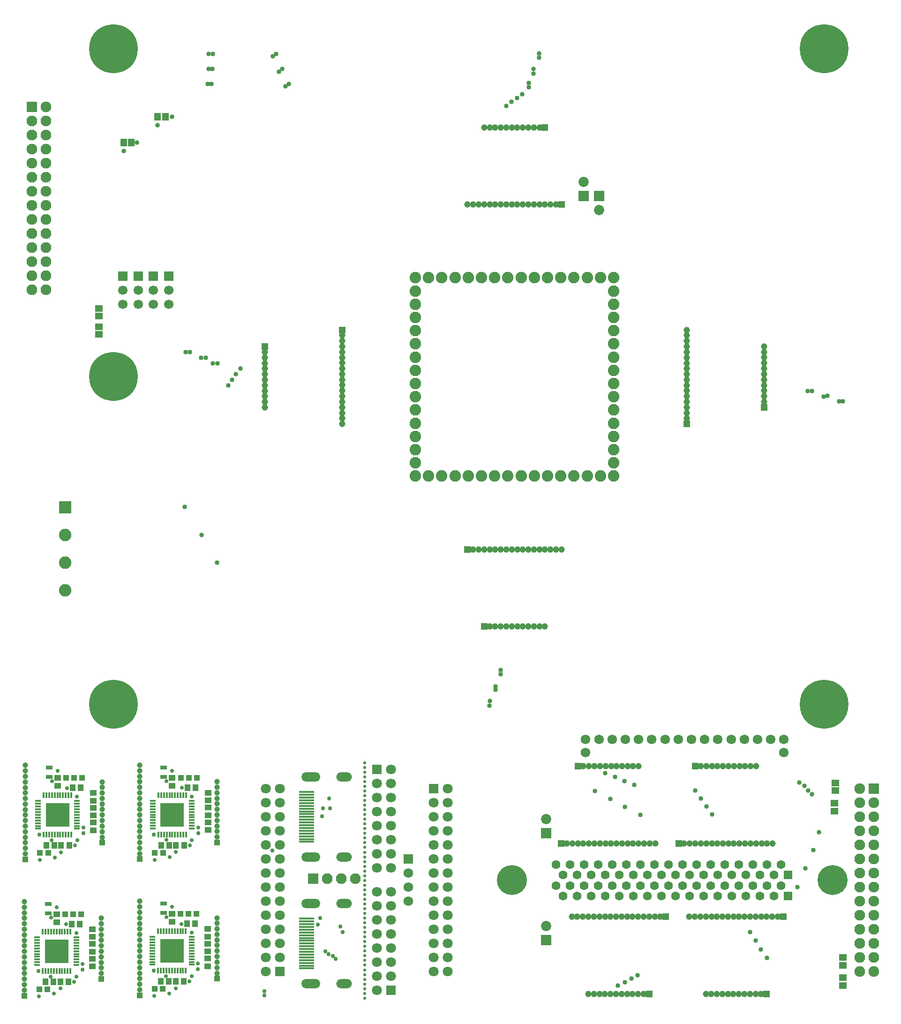
<source format=gts>
G04*
G04 #@! TF.GenerationSoftware,Altium Limited,Altium Designer,20.0.14 (345)*
G04*
G04 Layer_Color=8388736*
%FSLAX25Y25*%
%MOIN*%
G70*
G01*
G75*
%ADD48C,0.07677*%
%ADD63R,0.04724X0.03150*%
%ADD64R,0.04134X0.01575*%
%ADD65R,0.01575X0.04134*%
%ADD66R,0.16733X0.16733*%
%ADD67R,0.04331X0.04724*%
%ADD68R,0.04724X0.04331*%
%ADD69R,0.04331X0.04331*%
%ADD70R,0.04724X0.04134*%
%ADD71R,0.05315X0.04724*%
%ADD72R,0.10827X0.01772*%
%ADD73R,0.04724X0.05315*%
%ADD74C,0.02165*%
%ADD75C,0.06791*%
%ADD76C,0.03937*%
%ADD77R,0.03937X0.03937*%
%ADD78C,0.02756*%
%ADD79C,0.02953*%
%ADD80C,0.04528*%
%ADD81R,0.04528X0.04528*%
%ADD82C,0.07284*%
%ADD83R,0.07284X0.07284*%
%ADD84C,0.07677*%
%ADD85R,0.07677X0.07677*%
%ADD86R,0.06331X0.06331*%
%ADD87C,0.21260*%
%ADD88C,0.06331*%
%ADD89C,0.03347*%
%ADD90C,0.06890*%
%ADD91R,0.06890X0.06890*%
%ADD92C,0.07087*%
%ADD93R,0.07087X0.07087*%
%ADD94R,0.07677X0.07677*%
%ADD95O,0.13583X0.06496*%
%ADD96O,0.11221X0.06496*%
%ADD97C,0.08858*%
%ADD98R,0.08858X0.08858*%
%ADD99R,0.04528X0.04528*%
%ADD100C,0.08181*%
%ADD101R,0.06693X0.06693*%
%ADD102C,0.06693*%
%ADD103C,0.34646*%
D48*
X239266Y85688D02*
D03*
X229266D02*
D03*
X219266D02*
D03*
D63*
X103241Y158231D02*
D03*
Y164924D02*
D03*
X21588Y158122D02*
D03*
Y164815D02*
D03*
X20964Y61203D02*
D03*
Y67896D02*
D03*
X103033Y61456D02*
D03*
Y68148D02*
D03*
D64*
X95265Y121424D02*
D03*
Y123393D02*
D03*
Y125361D02*
D03*
Y127330D02*
D03*
Y129298D02*
D03*
Y131267D02*
D03*
Y133236D02*
D03*
Y135204D02*
D03*
Y137173D02*
D03*
Y139141D02*
D03*
Y141110D02*
D03*
X123217D02*
D03*
Y139141D02*
D03*
Y137173D02*
D03*
Y135204D02*
D03*
Y133236D02*
D03*
Y131267D02*
D03*
Y129298D02*
D03*
Y127330D02*
D03*
Y125361D02*
D03*
Y123393D02*
D03*
Y121424D02*
D03*
X13612Y121314D02*
D03*
Y123283D02*
D03*
Y125251D02*
D03*
Y127220D02*
D03*
Y129188D02*
D03*
Y131157D02*
D03*
Y133126D02*
D03*
Y135094D02*
D03*
Y137063D02*
D03*
Y139031D02*
D03*
Y141000D02*
D03*
X41564D02*
D03*
Y139031D02*
D03*
Y137063D02*
D03*
Y135094D02*
D03*
Y133126D02*
D03*
Y131157D02*
D03*
Y129188D02*
D03*
Y127220D02*
D03*
Y125251D02*
D03*
Y123283D02*
D03*
Y121314D02*
D03*
X12988Y24396D02*
D03*
Y26365D02*
D03*
Y28333D02*
D03*
Y30302D02*
D03*
Y32270D02*
D03*
Y34239D02*
D03*
Y36208D02*
D03*
Y38176D02*
D03*
Y40145D02*
D03*
Y42113D02*
D03*
Y44082D02*
D03*
X40940D02*
D03*
Y42113D02*
D03*
Y40145D02*
D03*
Y38176D02*
D03*
Y36208D02*
D03*
Y34239D02*
D03*
Y32270D02*
D03*
Y30302D02*
D03*
Y28333D02*
D03*
Y26365D02*
D03*
Y24396D02*
D03*
X95057Y24648D02*
D03*
Y26617D02*
D03*
Y28585D02*
D03*
Y30554D02*
D03*
Y32522D02*
D03*
Y34491D02*
D03*
Y36460D02*
D03*
Y38428D02*
D03*
Y40397D02*
D03*
Y42365D02*
D03*
Y44334D02*
D03*
X123009D02*
D03*
Y42365D02*
D03*
Y40397D02*
D03*
Y38428D02*
D03*
Y36460D02*
D03*
Y34491D02*
D03*
Y32522D02*
D03*
Y30554D02*
D03*
Y28585D02*
D03*
Y26617D02*
D03*
Y24648D02*
D03*
D65*
X99398Y145243D02*
D03*
X101367D02*
D03*
X103335D02*
D03*
X105304D02*
D03*
X107272D02*
D03*
X109241D02*
D03*
X111210D02*
D03*
X113178D02*
D03*
X115147D02*
D03*
X117115D02*
D03*
X119084D02*
D03*
Y117291D02*
D03*
X99398D02*
D03*
X117115D02*
D03*
X115147D02*
D03*
X113178D02*
D03*
X111210D02*
D03*
X109241D02*
D03*
X101367D02*
D03*
X103335D02*
D03*
X105304D02*
D03*
X107272D02*
D03*
X17745Y145133D02*
D03*
X19714D02*
D03*
X21682D02*
D03*
X23651D02*
D03*
X25619D02*
D03*
X27588D02*
D03*
X29557D02*
D03*
X31525D02*
D03*
X33494D02*
D03*
X35462D02*
D03*
X37431D02*
D03*
Y117181D02*
D03*
X17745D02*
D03*
X35462D02*
D03*
X33494D02*
D03*
X31525D02*
D03*
X29557D02*
D03*
X27588D02*
D03*
X19714D02*
D03*
X21682D02*
D03*
X23651D02*
D03*
X25619D02*
D03*
X17121Y48215D02*
D03*
X19090D02*
D03*
X21058D02*
D03*
X23027D02*
D03*
X24995D02*
D03*
X26964D02*
D03*
X28933D02*
D03*
X30901D02*
D03*
X32870D02*
D03*
X34838D02*
D03*
X36807D02*
D03*
Y20263D02*
D03*
X17121D02*
D03*
X34838D02*
D03*
X32870D02*
D03*
X30901D02*
D03*
X28933D02*
D03*
X26964D02*
D03*
X19090D02*
D03*
X21058D02*
D03*
X23027D02*
D03*
X24995D02*
D03*
X99190Y48467D02*
D03*
X101159D02*
D03*
X103127D02*
D03*
X105096D02*
D03*
X107064D02*
D03*
X109033D02*
D03*
X111002D02*
D03*
X112970D02*
D03*
X114939D02*
D03*
X116907D02*
D03*
X118876D02*
D03*
Y20515D02*
D03*
X99190D02*
D03*
X116907D02*
D03*
X114939D02*
D03*
X112970D02*
D03*
X111002D02*
D03*
X109033D02*
D03*
X101159D02*
D03*
X103127D02*
D03*
X105096D02*
D03*
X107064D02*
D03*
D66*
X109241Y131267D02*
D03*
X27588Y131157D02*
D03*
X26964Y34239D02*
D03*
X109033Y34491D02*
D03*
D67*
X101386Y109578D02*
D03*
X107095D02*
D03*
X117595D02*
D03*
X111886D02*
D03*
X120032Y150578D02*
D03*
X125741D02*
D03*
X19734Y109468D02*
D03*
X25442D02*
D03*
X35942D02*
D03*
X30234D02*
D03*
X38379Y150468D02*
D03*
X44088D02*
D03*
X19110Y12550D02*
D03*
X24818D02*
D03*
X35318D02*
D03*
X29610D02*
D03*
X37755Y53550D02*
D03*
X43464D02*
D03*
X101178Y12802D02*
D03*
X106887D02*
D03*
X117387D02*
D03*
X111678D02*
D03*
X119824Y53802D02*
D03*
X125533D02*
D03*
D68*
X109241Y157578D02*
D03*
Y151869D02*
D03*
X27588Y157468D02*
D03*
Y151760D02*
D03*
X26964Y60550D02*
D03*
Y54841D02*
D03*
X109033Y60802D02*
D03*
Y55093D02*
D03*
D69*
X102595Y104078D02*
D03*
X96886D02*
D03*
X126741Y157578D02*
D03*
X121032D02*
D03*
X121028D02*
D03*
X115320D02*
D03*
X20942Y103968D02*
D03*
X15234D02*
D03*
X45088Y157468D02*
D03*
X39379D02*
D03*
X39375D02*
D03*
X33667D02*
D03*
X20318Y7050D02*
D03*
X14610D02*
D03*
X44464Y60550D02*
D03*
X38755D02*
D03*
X38751D02*
D03*
X33043D02*
D03*
X102387Y7302D02*
D03*
X96678D02*
D03*
X126533Y60802D02*
D03*
X120824D02*
D03*
X120820D02*
D03*
X115111D02*
D03*
D70*
X134741Y130822D02*
D03*
Y136334D02*
D03*
Y141322D02*
D03*
Y146834D02*
D03*
Y120322D02*
D03*
Y125834D02*
D03*
X53088Y130712D02*
D03*
Y136224D02*
D03*
Y141212D02*
D03*
Y146724D02*
D03*
Y120212D02*
D03*
Y125724D02*
D03*
X52464Y33794D02*
D03*
Y39306D02*
D03*
Y44294D02*
D03*
Y49806D02*
D03*
Y23294D02*
D03*
Y28806D02*
D03*
X134533Y34046D02*
D03*
Y39558D02*
D03*
Y44546D02*
D03*
Y50058D02*
D03*
Y23546D02*
D03*
Y29058D02*
D03*
D71*
X580234Y139438D02*
D03*
Y133927D02*
D03*
X580734Y153938D02*
D03*
Y148427D02*
D03*
X586234Y24171D02*
D03*
Y29682D02*
D03*
Y9927D02*
D03*
Y15438D02*
D03*
X57102Y485719D02*
D03*
Y491231D02*
D03*
Y472719D02*
D03*
Y478231D02*
D03*
D72*
X204809Y57404D02*
D03*
Y55436D02*
D03*
Y53467D02*
D03*
Y51499D02*
D03*
Y49530D02*
D03*
Y47561D02*
D03*
Y45593D02*
D03*
Y43624D02*
D03*
Y41656D02*
D03*
Y39687D02*
D03*
Y37719D02*
D03*
Y35750D02*
D03*
Y33782D02*
D03*
Y31813D02*
D03*
Y29845D02*
D03*
Y27876D02*
D03*
Y25908D02*
D03*
Y23939D02*
D03*
Y21971D02*
D03*
Y147404D02*
D03*
Y145436D02*
D03*
Y143467D02*
D03*
Y141499D02*
D03*
Y139530D02*
D03*
Y137562D02*
D03*
Y135593D02*
D03*
Y133625D02*
D03*
Y131656D02*
D03*
Y129688D02*
D03*
Y127719D02*
D03*
Y125751D02*
D03*
Y123782D02*
D03*
Y121814D02*
D03*
Y119845D02*
D03*
Y117877D02*
D03*
Y115908D02*
D03*
Y113940D02*
D03*
Y111971D02*
D03*
D73*
X80114Y608975D02*
D03*
X74602D02*
D03*
X104358Y627475D02*
D03*
X98847D02*
D03*
D74*
X246000Y10917D02*
D03*
Y7571D02*
D03*
Y4224D02*
D03*
Y878D02*
D03*
Y168201D02*
D03*
Y164854D02*
D03*
Y161508D02*
D03*
Y158161D02*
D03*
Y154815D02*
D03*
Y151469D02*
D03*
Y148122D02*
D03*
Y144776D02*
D03*
Y141429D02*
D03*
Y138083D02*
D03*
Y134736D02*
D03*
D03*
D03*
Y131390D02*
D03*
Y128043D02*
D03*
Y74500D02*
D03*
Y77846D02*
D03*
Y81193D02*
D03*
Y84539D02*
D03*
Y87886D02*
D03*
Y91232D02*
D03*
Y94579D02*
D03*
Y97925D02*
D03*
Y101272D02*
D03*
Y104618D02*
D03*
Y107965D02*
D03*
Y111311D02*
D03*
Y114657D02*
D03*
Y118004D02*
D03*
Y121350D02*
D03*
Y124697D02*
D03*
Y30996D02*
D03*
Y27650D02*
D03*
Y24303D02*
D03*
Y20957D02*
D03*
Y17610D02*
D03*
Y14264D02*
D03*
Y10917D02*
D03*
Y34343D02*
D03*
Y37689D02*
D03*
Y41035D02*
D03*
D03*
D03*
Y44382D02*
D03*
Y47728D02*
D03*
Y51075D02*
D03*
Y54421D02*
D03*
Y57768D02*
D03*
Y61114D02*
D03*
Y64461D02*
D03*
Y67807D02*
D03*
Y71153D02*
D03*
Y74500D02*
D03*
D75*
X515988Y184734D02*
D03*
X450188D02*
D03*
X412588D02*
D03*
X544188D02*
D03*
X506588D02*
D03*
X478388D02*
D03*
X544188Y175334D02*
D03*
X403188Y184734D02*
D03*
X440788D02*
D03*
X431388D02*
D03*
X421988D02*
D03*
X468988D02*
D03*
X459588D02*
D03*
X497188D02*
D03*
X487788D02*
D03*
X534788D02*
D03*
X525388D02*
D03*
X403188Y175334D02*
D03*
D76*
X86241Y166513D02*
D03*
Y162576D02*
D03*
Y158593D02*
D03*
Y154656D02*
D03*
Y150719D02*
D03*
Y146782D02*
D03*
Y138908D02*
D03*
Y142845D02*
D03*
Y103566D02*
D03*
Y107503D02*
D03*
Y111440D02*
D03*
Y115377D02*
D03*
Y119314D02*
D03*
Y123251D02*
D03*
Y127188D02*
D03*
Y131125D02*
D03*
Y135062D02*
D03*
X141158Y150742D02*
D03*
Y154679D02*
D03*
Y115400D02*
D03*
Y119336D02*
D03*
Y123274D02*
D03*
Y127210D02*
D03*
Y131148D02*
D03*
Y135084D02*
D03*
Y139022D02*
D03*
Y142959D02*
D03*
Y146896D02*
D03*
X4588Y166403D02*
D03*
Y162467D02*
D03*
Y158484D02*
D03*
Y154547D02*
D03*
Y150610D02*
D03*
Y146673D02*
D03*
Y138799D02*
D03*
Y142736D02*
D03*
Y103457D02*
D03*
Y107394D02*
D03*
Y111331D02*
D03*
Y115268D02*
D03*
Y119205D02*
D03*
Y123142D02*
D03*
Y127079D02*
D03*
Y131016D02*
D03*
Y134953D02*
D03*
X59505Y150633D02*
D03*
Y154570D02*
D03*
Y115290D02*
D03*
Y119227D02*
D03*
Y123164D02*
D03*
Y127101D02*
D03*
Y131038D02*
D03*
Y134975D02*
D03*
Y138912D02*
D03*
Y142849D02*
D03*
Y146786D02*
D03*
X3964Y69485D02*
D03*
Y65548D02*
D03*
Y61566D02*
D03*
Y57628D02*
D03*
Y53691D02*
D03*
Y49754D02*
D03*
Y41880D02*
D03*
Y45817D02*
D03*
Y6538D02*
D03*
Y10475D02*
D03*
Y14412D02*
D03*
Y18349D02*
D03*
Y22286D02*
D03*
Y26223D02*
D03*
Y30160D02*
D03*
Y34097D02*
D03*
Y38034D02*
D03*
X58881Y53714D02*
D03*
Y57651D02*
D03*
Y18372D02*
D03*
Y22309D02*
D03*
Y26246D02*
D03*
Y30183D02*
D03*
Y34120D02*
D03*
Y38057D02*
D03*
Y41994D02*
D03*
Y45931D02*
D03*
Y49868D02*
D03*
X86033Y69737D02*
D03*
Y65800D02*
D03*
Y61818D02*
D03*
Y57881D02*
D03*
Y53944D02*
D03*
Y50007D02*
D03*
Y42133D02*
D03*
Y46070D02*
D03*
Y6790D02*
D03*
Y10727D02*
D03*
Y14664D02*
D03*
Y18601D02*
D03*
Y22538D02*
D03*
Y26475D02*
D03*
Y30412D02*
D03*
Y34349D02*
D03*
Y38286D02*
D03*
X140950Y53966D02*
D03*
Y57903D02*
D03*
Y18624D02*
D03*
Y22561D02*
D03*
Y26498D02*
D03*
Y30435D02*
D03*
Y34372D02*
D03*
Y38309D02*
D03*
Y42246D02*
D03*
Y46183D02*
D03*
Y50120D02*
D03*
D77*
X86241Y99629D02*
D03*
X141158Y111462D02*
D03*
X4588Y99520D02*
D03*
X59505Y111353D02*
D03*
X3964Y2601D02*
D03*
X58881Y14435D02*
D03*
X86033Y2853D02*
D03*
X140950Y14687D02*
D03*
D78*
X105241Y155078D02*
D03*
X109241Y162578D02*
D03*
X123241Y113078D02*
D03*
X116044Y150381D02*
D03*
X105098Y113318D02*
D03*
X96741Y99235D02*
D03*
X111886Y104723D02*
D03*
X107272Y101047D02*
D03*
X121741Y109578D02*
D03*
X127741Y122078D02*
D03*
X123217Y144243D02*
D03*
X23588Y154968D02*
D03*
X27588Y162468D02*
D03*
X41588Y112968D02*
D03*
X34391Y150272D02*
D03*
X23446Y113209D02*
D03*
X15088Y99126D02*
D03*
X30234Y104614D02*
D03*
X25619Y100937D02*
D03*
X40088Y109468D02*
D03*
X46088Y121968D02*
D03*
X41564Y144133D02*
D03*
X22964Y58050D02*
D03*
X26964Y65550D02*
D03*
X40964Y16050D02*
D03*
X33767Y53353D02*
D03*
X22822Y16290D02*
D03*
X14464Y2207D02*
D03*
X29610Y7695D02*
D03*
X24995Y4019D02*
D03*
X39464Y12550D02*
D03*
X45464Y25050D02*
D03*
X40940Y47215D02*
D03*
X105033Y58302D02*
D03*
X109033Y65802D02*
D03*
X123033Y16302D02*
D03*
X115836Y53605D02*
D03*
X104891Y16542D02*
D03*
X96533Y2459D02*
D03*
X111678Y7948D02*
D03*
X107064Y4271D02*
D03*
X121533Y12802D02*
D03*
X127533Y25302D02*
D03*
X123009Y47467D02*
D03*
D79*
X96241Y117078D02*
D03*
X127741Y118078D02*
D03*
X14588Y116968D02*
D03*
X46088Y117968D02*
D03*
X13964Y20050D02*
D03*
X45464Y21050D02*
D03*
X174766Y2688D02*
D03*
Y5688D02*
D03*
X215766Y130188D02*
D03*
X220766Y142688D02*
D03*
X221266Y135688D02*
D03*
X212766Y53188D02*
D03*
X214266Y57688D02*
D03*
X180266Y105707D02*
D03*
X225266Y28688D02*
D03*
X223266Y30688D02*
D03*
X220266Y32188D02*
D03*
X218050Y33971D02*
D03*
X228766Y51688D02*
D03*
X230266Y47688D02*
D03*
X216266Y135688D02*
D03*
X96033Y20302D02*
D03*
X127533Y21302D02*
D03*
D80*
X452676Y110724D02*
D03*
X448739D02*
D03*
X444756D02*
D03*
X440819D02*
D03*
X436882D02*
D03*
X432945D02*
D03*
X425071D02*
D03*
X429008D02*
D03*
X389729D02*
D03*
X393666D02*
D03*
X397603D02*
D03*
X401540D02*
D03*
X405477D02*
D03*
X409414D02*
D03*
X413351D02*
D03*
X417288D02*
D03*
X421225D02*
D03*
X436905Y165641D02*
D03*
X440842D02*
D03*
X401562D02*
D03*
X405500D02*
D03*
X409437D02*
D03*
X413374D02*
D03*
X417310D02*
D03*
X421247D02*
D03*
X425184D02*
D03*
X429121D02*
D03*
X433059D02*
D03*
X496409Y3765D02*
D03*
X500346D02*
D03*
X504283D02*
D03*
X508220D02*
D03*
X512157D02*
D03*
X516094D02*
D03*
X520031D02*
D03*
X523968D02*
D03*
X527905D02*
D03*
X488625D02*
D03*
X492562D02*
D03*
X508243Y58683D02*
D03*
X512180D02*
D03*
X516117D02*
D03*
X520054D02*
D03*
X523991D02*
D03*
X527928D02*
D03*
X531865D02*
D03*
X535802D02*
D03*
X539739D02*
D03*
X500459D02*
D03*
X504396D02*
D03*
X496522D02*
D03*
X492585D02*
D03*
X488648D02*
D03*
X484711D02*
D03*
X480729D02*
D03*
X476792D02*
D03*
X536176Y110724D02*
D03*
X532239D02*
D03*
X528256D02*
D03*
X524319D02*
D03*
X520382D02*
D03*
X516445D02*
D03*
X508571D02*
D03*
X512508D02*
D03*
X473229D02*
D03*
X477166D02*
D03*
X481103D02*
D03*
X485040D02*
D03*
X488977D02*
D03*
X492914D02*
D03*
X496851D02*
D03*
X500788D02*
D03*
X504725D02*
D03*
X520405Y165641D02*
D03*
X524342D02*
D03*
X485063D02*
D03*
X489000D02*
D03*
X492937D02*
D03*
X496874D02*
D03*
X500810D02*
D03*
X504747D02*
D03*
X508684D02*
D03*
X512621D02*
D03*
X516559D02*
D03*
X412909Y3724D02*
D03*
X416846D02*
D03*
X420783D02*
D03*
X424720D02*
D03*
X428657D02*
D03*
X432594D02*
D03*
X436531D02*
D03*
X440468D02*
D03*
X444405D02*
D03*
X405125D02*
D03*
X409062D02*
D03*
X424743Y58641D02*
D03*
X428680D02*
D03*
X432617D02*
D03*
X436554D02*
D03*
X440491D02*
D03*
X444428D02*
D03*
X448365D02*
D03*
X452302D02*
D03*
X456239D02*
D03*
X416959D02*
D03*
X420896D02*
D03*
X413022D02*
D03*
X409085D02*
D03*
X405148D02*
D03*
X401211D02*
D03*
X397229D02*
D03*
X393292D02*
D03*
X319161Y565016D02*
D03*
X323097D02*
D03*
X327080D02*
D03*
X331017D02*
D03*
X334954D02*
D03*
X338891D02*
D03*
X346765D02*
D03*
X342828D02*
D03*
X382107D02*
D03*
X378170D02*
D03*
X374233D02*
D03*
X370296D02*
D03*
X366359D02*
D03*
X362422D02*
D03*
X358485D02*
D03*
X354548D02*
D03*
X350611D02*
D03*
X334931Y619934D02*
D03*
X330994D02*
D03*
X370274D02*
D03*
X366337D02*
D03*
X362400D02*
D03*
X358463D02*
D03*
X354526D02*
D03*
X350589D02*
D03*
X346652D02*
D03*
X342715D02*
D03*
X338778D02*
D03*
X175144Y428650D02*
D03*
Y432587D02*
D03*
Y436524D02*
D03*
Y440461D02*
D03*
Y444398D02*
D03*
Y448335D02*
D03*
Y452272D02*
D03*
Y456209D02*
D03*
Y460146D02*
D03*
Y420866D02*
D03*
Y424803D02*
D03*
X230061Y440484D02*
D03*
Y444421D02*
D03*
Y448358D02*
D03*
Y452295D02*
D03*
Y456232D02*
D03*
Y460169D02*
D03*
Y464106D02*
D03*
Y468043D02*
D03*
Y471980D02*
D03*
Y432700D02*
D03*
Y436637D02*
D03*
Y428763D02*
D03*
Y424826D02*
D03*
Y420889D02*
D03*
Y416952D02*
D03*
Y412970D02*
D03*
Y409033D02*
D03*
X475144Y475917D02*
D03*
Y471980D02*
D03*
Y467998D02*
D03*
Y464060D02*
D03*
Y460123D02*
D03*
Y456186D02*
D03*
Y448312D02*
D03*
Y452249D02*
D03*
Y412970D02*
D03*
Y416907D02*
D03*
Y420844D02*
D03*
Y424781D02*
D03*
Y428718D02*
D03*
Y432655D02*
D03*
Y436592D02*
D03*
Y440529D02*
D03*
Y444466D02*
D03*
X530061Y460146D02*
D03*
Y464083D02*
D03*
Y424804D02*
D03*
Y428741D02*
D03*
Y432678D02*
D03*
Y436615D02*
D03*
Y440552D02*
D03*
Y444489D02*
D03*
Y448426D02*
D03*
Y452363D02*
D03*
Y456300D02*
D03*
X366427Y265016D02*
D03*
X362490D02*
D03*
X358553D02*
D03*
X354616D02*
D03*
X350679D02*
D03*
X346742D02*
D03*
X342805D02*
D03*
X338868D02*
D03*
X334931D02*
D03*
X374211D02*
D03*
X370274D02*
D03*
X354594Y319934D02*
D03*
X350657D02*
D03*
X346720D02*
D03*
X342783D02*
D03*
X338846D02*
D03*
X334909D02*
D03*
X330972D02*
D03*
X327034D02*
D03*
X323097D02*
D03*
X362377D02*
D03*
X358440D02*
D03*
X366314D02*
D03*
X370251D02*
D03*
X374188D02*
D03*
X378125D02*
D03*
X382107D02*
D03*
X386044D02*
D03*
D81*
X385792Y110724D02*
D03*
X397625Y165641D02*
D03*
X531842Y3765D02*
D03*
X543676Y58683D02*
D03*
X469292Y110724D02*
D03*
X481125Y165641D02*
D03*
X448342Y3724D02*
D03*
X460176Y58641D02*
D03*
X386044Y565016D02*
D03*
X374211Y619934D02*
D03*
X330994Y265016D02*
D03*
X319161Y319934D02*
D03*
D82*
X375234Y128182D02*
D03*
Y52183D02*
D03*
X401602Y580975D02*
D03*
X412602Y560975D02*
D03*
D83*
X375234Y118183D02*
D03*
Y42182D02*
D03*
X401602Y570975D02*
D03*
X412602D02*
D03*
D84*
X598234Y39682D02*
D03*
X608234D02*
D03*
X598234Y49683D02*
D03*
X608234D02*
D03*
X598234Y69683D02*
D03*
X608234D02*
D03*
X598234Y89683D02*
D03*
X608234D02*
D03*
X598234Y119683D02*
D03*
X608234D02*
D03*
X598234Y129683D02*
D03*
X608234D02*
D03*
X598234Y149682D02*
D03*
X608234Y139682D02*
D03*
X598234D02*
D03*
X608234Y109683D02*
D03*
X598234D02*
D03*
X608234Y99682D02*
D03*
X598234D02*
D03*
X608234Y79682D02*
D03*
X598234D02*
D03*
X608234Y59683D02*
D03*
X598234D02*
D03*
X608234Y29682D02*
D03*
Y19682D02*
D03*
X598234Y29682D02*
D03*
Y19682D02*
D03*
X19382Y524491D02*
D03*
X9382D02*
D03*
X19382Y534491D02*
D03*
X9382D02*
D03*
X19382Y554491D02*
D03*
X9382D02*
D03*
X19382Y574491D02*
D03*
X9382D02*
D03*
X19382Y604491D02*
D03*
X9382D02*
D03*
X19382Y614491D02*
D03*
X9382D02*
D03*
X19382Y634491D02*
D03*
X9382Y624491D02*
D03*
X19382D02*
D03*
X9382Y594491D02*
D03*
X19382D02*
D03*
X9382Y584491D02*
D03*
X19382D02*
D03*
X9382Y564491D02*
D03*
X19382D02*
D03*
X9382Y544491D02*
D03*
X19382D02*
D03*
X9382Y514491D02*
D03*
Y504491D02*
D03*
X19382Y514491D02*
D03*
Y504491D02*
D03*
D85*
X608234Y149682D02*
D03*
X9382Y634491D02*
D03*
D86*
X547234Y73432D02*
D03*
Y88433D02*
D03*
D87*
X578730Y84683D02*
D03*
X350738D02*
D03*
D88*
X537234Y73432D02*
D03*
X527234D02*
D03*
X517234D02*
D03*
X507234D02*
D03*
X497234D02*
D03*
X487234D02*
D03*
X477234D02*
D03*
X467234D02*
D03*
X457234D02*
D03*
X447234D02*
D03*
X437234D02*
D03*
X427234D02*
D03*
X417234D02*
D03*
X407234D02*
D03*
X397234D02*
D03*
X387234D02*
D03*
X542234Y80932D02*
D03*
X532234D02*
D03*
X522234D02*
D03*
X512234D02*
D03*
X502234D02*
D03*
X492234D02*
D03*
X482234D02*
D03*
X472234D02*
D03*
X462234D02*
D03*
X452234D02*
D03*
X442234D02*
D03*
X432234D02*
D03*
X422234D02*
D03*
X412234D02*
D03*
X402234D02*
D03*
X392234D02*
D03*
X382234D02*
D03*
X537234Y88433D02*
D03*
X527234D02*
D03*
X517234D02*
D03*
X507234D02*
D03*
X497234D02*
D03*
X487234D02*
D03*
X477234D02*
D03*
X467234D02*
D03*
X457234D02*
D03*
X447234D02*
D03*
X437234D02*
D03*
X427234D02*
D03*
X417234D02*
D03*
X407234D02*
D03*
X397234D02*
D03*
X387234D02*
D03*
X542234Y95933D02*
D03*
X532234D02*
D03*
X522234D02*
D03*
X512234D02*
D03*
X502234D02*
D03*
X492234D02*
D03*
X482234D02*
D03*
X472234D02*
D03*
X462234D02*
D03*
X452234D02*
D03*
X442234D02*
D03*
X432234D02*
D03*
X422234D02*
D03*
X412234D02*
D03*
X402234D02*
D03*
X392234D02*
D03*
X382234D02*
D03*
D89*
X569234Y118683D02*
D03*
X564915Y106226D02*
D03*
X553734Y79682D02*
D03*
X559324Y93273D02*
D03*
X520031Y47885D02*
D03*
X523968Y41948D02*
D03*
X527905Y35511D02*
D03*
X532126Y29574D02*
D03*
X558734Y151682D02*
D03*
X564234Y145683D02*
D03*
X561310Y148606D02*
D03*
X555009Y154188D02*
D03*
X409734Y148182D02*
D03*
X420734Y142527D02*
D03*
X431234Y136894D02*
D03*
X442234Y131183D02*
D03*
X481007Y148409D02*
D03*
X489005Y137001D02*
D03*
X485236Y142684D02*
D03*
X493110Y131307D02*
D03*
X435734Y14683D02*
D03*
X440234Y17183D02*
D03*
X431234Y12183D02*
D03*
X426188Y9651D02*
D03*
X417234Y160682D02*
D03*
X424147Y158040D02*
D03*
X437624Y152521D02*
D03*
X430702Y155214D02*
D03*
X118102Y349975D02*
D03*
X130102Y329975D02*
D03*
X141102Y310475D02*
D03*
X84102Y608975D02*
D03*
X74602Y602975D02*
D03*
X138102Y452272D02*
D03*
X133102Y455975D02*
D03*
X121602Y459975D02*
D03*
X335102Y211975D02*
D03*
X339102Y222475D02*
D03*
X342602Y233975D02*
D03*
X583463Y424979D02*
D03*
X572308Y428335D02*
D03*
X561102Y432475D02*
D03*
X366102Y661475D02*
D03*
X366193Y657975D02*
D03*
X370104Y669475D02*
D03*
X362644Y648389D02*
D03*
X362602Y651475D02*
D03*
X189602Y648975D02*
D03*
X180602Y670475D02*
D03*
X185102Y659475D02*
D03*
X136921Y650794D02*
D03*
X138113Y671971D02*
D03*
X137602Y661475D02*
D03*
X141305Y452272D02*
D03*
X118602Y459975D02*
D03*
X354449Y640821D02*
D03*
X98847Y621475D02*
D03*
X109102Y627475D02*
D03*
X154461Y444475D02*
D03*
X157602Y448475D02*
D03*
X151839Y440475D02*
D03*
X149102Y436475D02*
D03*
X129602Y455975D02*
D03*
X346602Y634975D02*
D03*
X350516Y638061D02*
D03*
X358102Y643475D02*
D03*
X342619Y231137D02*
D03*
X586102Y424975D02*
D03*
X575102Y428975D02*
D03*
X334890Y208763D02*
D03*
X339102Y219975D02*
D03*
X135102Y661384D02*
D03*
X134421Y650794D02*
D03*
X135102Y671975D02*
D03*
X183148D02*
D03*
X187535Y661384D02*
D03*
X191921Y650794D02*
D03*
X564102Y432475D02*
D03*
X370102Y672475D02*
D03*
D90*
X277234Y69812D02*
D03*
Y79812D02*
D03*
Y89812D02*
D03*
D91*
Y99812D02*
D03*
D92*
X254734Y76312D02*
D03*
Y66312D02*
D03*
X264734Y76312D02*
D03*
Y66312D02*
D03*
X254734Y36312D02*
D03*
X264734D02*
D03*
X254734Y26312D02*
D03*
X264734D02*
D03*
X254734Y6312D02*
D03*
X264734Y16312D02*
D03*
X254734D02*
D03*
X264734Y46312D02*
D03*
X254734D02*
D03*
X264734Y56312D02*
D03*
X254734D02*
D03*
X305234Y39812D02*
D03*
X295234D02*
D03*
X305234Y49812D02*
D03*
X295234D02*
D03*
X305234Y69812D02*
D03*
X295234D02*
D03*
X305234Y89812D02*
D03*
X295234D02*
D03*
X305234Y119812D02*
D03*
X295234D02*
D03*
X305234Y129812D02*
D03*
X295234D02*
D03*
X305234Y149812D02*
D03*
X295234Y139812D02*
D03*
X305234D02*
D03*
X295234Y109812D02*
D03*
X305234D02*
D03*
X295234Y99812D02*
D03*
X305234D02*
D03*
X295234Y79812D02*
D03*
X305234D02*
D03*
X295234Y59812D02*
D03*
X305234D02*
D03*
X295234Y29812D02*
D03*
Y19812D02*
D03*
X305234Y29812D02*
D03*
Y19812D02*
D03*
X264734Y113312D02*
D03*
X254734D02*
D03*
X264734Y123312D02*
D03*
X254734D02*
D03*
X264734Y153312D02*
D03*
X254734D02*
D03*
X264734Y163312D02*
D03*
X254734Y143312D02*
D03*
X264734D02*
D03*
X254734Y133312D02*
D03*
X264734D02*
D03*
X254734Y103312D02*
D03*
Y93312D02*
D03*
X264734Y103312D02*
D03*
Y93312D02*
D03*
X175766Y129688D02*
D03*
X185766D02*
D03*
X175766Y119688D02*
D03*
X185766D02*
D03*
X175766Y99688D02*
D03*
X185766D02*
D03*
X175766Y79688D02*
D03*
X185766D02*
D03*
X175766Y49688D02*
D03*
X185766D02*
D03*
X175766Y39688D02*
D03*
X185766D02*
D03*
X175766Y19688D02*
D03*
X185766Y29688D02*
D03*
X175766D02*
D03*
X185766Y59688D02*
D03*
X175766D02*
D03*
X185766Y69688D02*
D03*
X175766D02*
D03*
X185766Y89688D02*
D03*
X175766D02*
D03*
X185766Y109688D02*
D03*
X175766D02*
D03*
X185766Y139688D02*
D03*
Y149688D02*
D03*
X175766Y139688D02*
D03*
Y149688D02*
D03*
D93*
X264734Y6312D02*
D03*
X295234Y149812D02*
D03*
X254734Y163312D02*
D03*
X185766Y19688D02*
D03*
D94*
X209266Y85688D02*
D03*
D95*
X207802Y11144D02*
D03*
Y68231D02*
D03*
Y101144D02*
D03*
Y158231D02*
D03*
D96*
X231266Y11144D02*
D03*
Y68231D02*
D03*
Y101144D02*
D03*
Y158231D02*
D03*
D97*
X33102Y290790D02*
D03*
Y330160D02*
D03*
Y310475D02*
D03*
D98*
Y349845D02*
D03*
D99*
X175144Y464083D02*
D03*
X230061Y475917D02*
D03*
X475144Y409033D02*
D03*
X530061Y420867D02*
D03*
D100*
X282102Y418975D02*
D03*
Y381375D02*
D03*
X376102Y512975D02*
D03*
X413702D02*
D03*
X282102D02*
D03*
Y475375D02*
D03*
Y447175D02*
D03*
X319702Y512975D02*
D03*
X347902D02*
D03*
X423102Y418975D02*
D03*
Y381375D02*
D03*
Y512975D02*
D03*
Y475375D02*
D03*
Y447175D02*
D03*
X385502Y512975D02*
D03*
X394902D02*
D03*
X404302D02*
D03*
X357302D02*
D03*
X366702D02*
D03*
X329102D02*
D03*
X338502D02*
D03*
X291502D02*
D03*
X300902D02*
D03*
X310302D02*
D03*
X376102Y371975D02*
D03*
X413702D02*
D03*
X282102D02*
D03*
X319702D02*
D03*
X347902D02*
D03*
X282102Y409575D02*
D03*
Y400175D02*
D03*
Y390775D02*
D03*
Y437775D02*
D03*
Y428375D02*
D03*
Y465975D02*
D03*
Y456575D02*
D03*
Y503575D02*
D03*
Y494175D02*
D03*
Y484775D02*
D03*
X423102Y371975D02*
D03*
X385502D02*
D03*
X394902D02*
D03*
X404302D02*
D03*
X357302D02*
D03*
X366702D02*
D03*
X329102D02*
D03*
X338502D02*
D03*
X291502D02*
D03*
X300902D02*
D03*
X310302D02*
D03*
X423102Y409575D02*
D03*
Y400175D02*
D03*
Y390775D02*
D03*
Y437775D02*
D03*
Y428375D02*
D03*
Y465975D02*
D03*
Y456575D02*
D03*
Y503575D02*
D03*
Y494175D02*
D03*
Y484775D02*
D03*
D101*
X74102Y513975D02*
D03*
X84936D02*
D03*
X95769D02*
D03*
X106602D02*
D03*
D102*
X74102Y503975D02*
D03*
Y493975D02*
D03*
X84936Y503975D02*
D03*
Y493975D02*
D03*
X95769Y503975D02*
D03*
Y493975D02*
D03*
X106602Y503975D02*
D03*
Y493975D02*
D03*
D103*
X572724Y209648D02*
D03*
X67512D02*
D03*
Y442719D02*
D03*
Y675790D02*
D03*
X572724D02*
D03*
M02*

</source>
